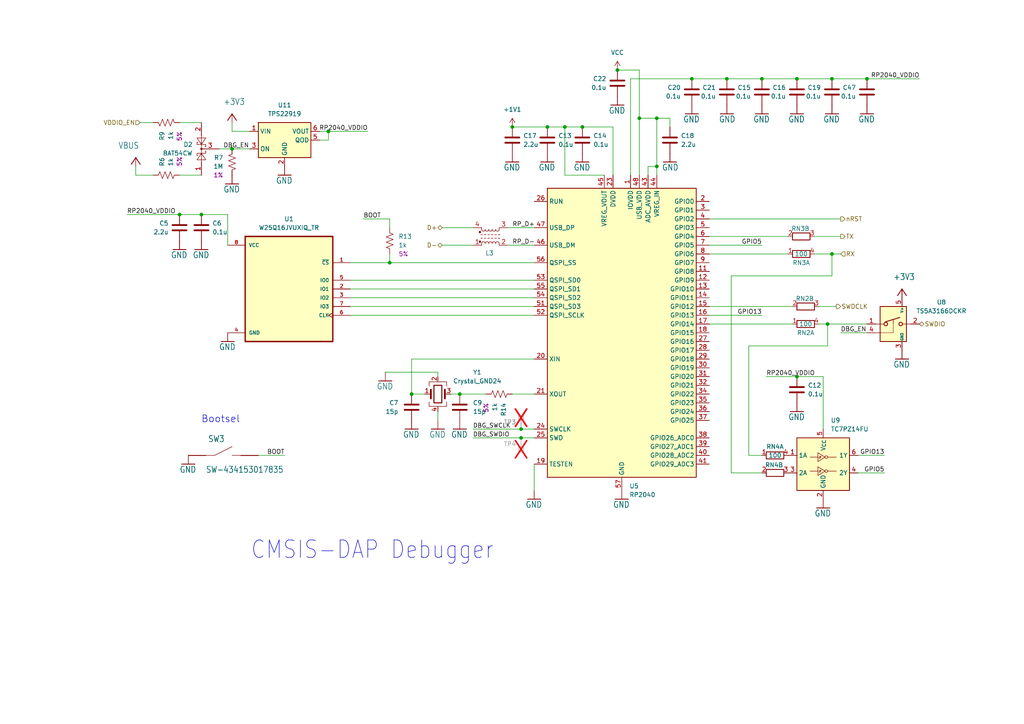
<source format=kicad_sch>
(kicad_sch (version 20250114) (generator "eeschema") (generator_version "9.0")
  (paper "A4")
  (title_block (title "nRF9151 Feather") (date "2024-12-04") (rev "1.0") (company "Circuit Dojo LLC"))
  (lib_symbols
    (symbol "74xGxx:TC7PZ14FU"
      (property "Reference" "U" (at 2.54 12.7 0))
      (property "Value" "TC7PZ14FU" (at 2.54 10.16 0))
      (symbol "TC7PZ14FU_1_1"
        (rectangle (start -7.62 7.62) (end 7.62 -7.62) (stroke (width 0.254)) (fill (type background)))
        (polyline (pts (xy -1.524 3.302) (xy 0.508 2.032) (xy -1.524 0.762) (xy -1.524 3.302)))
        (polyline (pts (xy -1.524 2.032) (xy -3.81 2.032)))
        (polyline (pts (xy -1.524 -0.762) (xy 0.508 -2.032) (xy -1.524 -3.302) (xy -1.524 -0.762)))
        (polyline (pts (xy -1.524 -2.032) (xy -3.81 -2.032)))
        (polyline (pts (xy -1.016 1.778) (xy -1.016 2.286) (xy -0.762 2.286) (xy -0.762 1.778) (xy -1.27 1.778)))
        (polyline (pts (xy -1.016 -2.286) (xy -1.016 -1.778) (xy -0.762 -1.778) (xy -0.762 -2.286) (xy -1.27 -2.286)))
        (polyline (pts (xy -0.762 2.286) (xy -0.508 2.286)))
        (polyline (pts (xy -0.762 -1.778) (xy -0.508 -1.778)))
        (circle (center 0.889 2.032) (radius 0.381))
        (circle (center 0.889 -2.032) (radius 0.381))
        (polyline (pts (xy 1.27 2.032) (xy 3.81 2.032)))
        (polyline (pts (xy 1.27 -2.032) (xy 3.81 -2.032)))
        (pin input line (at -10.16 2.54 0) (length 2.54) (name "1A") (number "1"))
        (pin input line (at -10.16 -2.54 0) (length 2.54) (name "2A") (number "3"))
        (pin power_in line (at 0 10.16 270) (length 2.54) (name "V_{CC}") (number "5"))
        (pin power_in line (at 0 -10.16 90) (length 2.54) (name "GND") (number "2"))
        (pin output line (at 10.16 2.54 180) (length 2.54) (name "1Y") (number "6"))
        (pin output line (at 10.16 -2.54 180) (length 2.54) (name "2Y") (number "4"))
      )
    )
    (symbol "Analog_Switch:TS5A3166DCKR" (pin_names (offset 0.127))
      (property "Reference" "U" (at -3.81 6.35 0))
      (property "Value" "TS5A3166DCKR" (at 3.81 -6.35 0))
      (symbol "TS5A3166DCKR_0_1"
        (polyline (pts (xy -5.08 -2.54) (xy -3.302 -2.54)))
        (polyline (pts (xy -3.048 -2.54) (xy -2.794 -2.54)))
        (polyline (pts (xy -2.54 -2.54) (xy -2.286 -2.54)))
        (polyline (pts (xy -2.032 -2.54) (xy -1.778 -2.54)))
        (polyline (pts (xy -1.524 -2.54) (xy -1.27 -2.54)))
        (polyline (pts (xy -1.016 -2.54) (xy -0.762 -2.54)))
        (polyline (pts (xy -0.508 -2.54) (xy -0.254 -2.54)))
        (polyline (pts (xy 0 -1.524) (xy 0 -1.27)))
        (polyline (pts (xy 0 -2.032) (xy 0 -1.778)))
      )
      (symbol "TS5A3166DCKR_1_1"
        (polyline (pts (xy -5.08 0) (xy -2.794 0)))
        (rectangle (start -3.81 5.08) (end 3.81 -5.08) (stroke (width 0.254)) (fill (type background)))
        (polyline (pts (xy -2.286 0.635) (xy 1.905 1.905)) (stroke (width 0.254)))
        (circle (center -2.159 0) (radius 0.508) (stroke (width 0.254)))
        (polyline (pts (xy 0 0.254) (xy 0 1.27)))
        (polyline (pts (xy 0 0) (xy 0 0.508)))
        (polyline (pts (xy 0 -0.508) (xy 0 -0.254)))
        (polyline (pts (xy 0 -1.016) (xy 0 -0.762)))
        (polyline (pts (xy 0 -1.524) (xy 0 -1.27)))
        (polyline (pts (xy 0 -2.032) (xy 0 -1.778)))
        (polyline (pts (xy 0 -2.54) (xy 0 -2.286)))
        (circle (center 2.159 0) (radius 0.508) (stroke (width 0.254)))
        (polyline (pts (xy 5.08 0) (xy 2.794 0)))
        (pin passive line (at -7.62 0 0) (length 2.54) (name "~") (number "1"))
        (pin input line (at -7.62 -2.54 0) (length 2.54) (name "~") (number "4"))
        (pin power_in line (at 2.54 7.62 270) (length 2.54) (name "V+") (number "5"))
        (pin power_in line (at 2.54 -7.62 90) (length 2.54) (name "GND") (number "3"))
        (pin passive line (at 7.62 0 180) (length 2.54) (name "~") (number "2"))
      )
    )
    (symbol "Connector:TestPoint" (pin_numbers (hide yes)) (pin_names (offset 0.762) (hide yes))
      (property "Reference" "TP" (at 0 6.858 0))
      (property "Value" "TestPoint" (at 0 5.08 0))
      (symbol "TestPoint_0_1"
        (circle (center 0 3.302) (radius 0.762))
      )
      (symbol "TestPoint_1_1"
        (pin passive line (at 0 0 90) (length 2.54) (name "1") (number "1"))
      )
    )
    (symbol "Device:C" (pin_numbers (hide yes)) (pin_names (offset 0.254))
      (property "Reference" "C" (at 0.635 2.54 0))
      (property "Value" "C" (at 0.635 -2.54 0))
      (symbol "C_0_1"
        (polyline (pts (xy -2.032 0.762) (xy 2.032 0.762)) (stroke (width 0.508)))
        (polyline (pts (xy -2.032 -0.762) (xy 2.032 -0.762)) (stroke (width 0.508)))
      )
      (symbol "C_1_1"
        (pin passive line (at 0 3.81 270) (length 2.794) (name "~") (number "1"))
        (pin passive line (at 0 -3.81 90) (length 2.794) (name "~") (number "2"))
      )
    )
    (symbol "Device:Crystal_GND24" (pin_names (offset 1.016) (hide yes))
      (property "Reference" "Y" (at 3.175 5.08 0))
      (property "Value" "Crystal_GND24" (at 3.175 3.175 0))
      (symbol "Crystal_GND24_0_1"
        (polyline (pts (xy -2.54 2.286) (xy -2.54 3.556) (xy 2.54 3.556) (xy 2.54 2.286)))
        (polyline (pts (xy -2.54 0) (xy -2.032 0)))
        (polyline (pts (xy -2.54 -2.286) (xy -2.54 -3.556) (xy 2.54 -3.556) (xy 2.54 -2.286)))
        (polyline (pts (xy -2.032 -1.27) (xy -2.032 1.27)) (stroke (width 0.508)))
        (rectangle (start -1.143 2.54) (end 1.143 -2.54) (stroke (width 0.3048)))
        (polyline (pts (xy 0 3.556) (xy 0 3.81)))
        (polyline (pts (xy 0 -3.81) (xy 0 -3.556)))
        (polyline (pts (xy 2.032 0) (xy 2.54 0)))
        (polyline (pts (xy 2.032 -1.27) (xy 2.032 1.27)) (stroke (width 0.508)))
      )
      (symbol "Crystal_GND24_1_1"
        (pin passive line (at -3.81 0 0) (length 1.27) (name "1") (number "1"))
        (pin passive line (at 0 5.08 270) (length 1.27) (name "2") (number "2"))
        (pin passive line (at 0 -5.08 90) (length 1.27) (name "4") (number "4"))
        (pin passive line (at 3.81 0 180) (length 1.27) (name "3") (number "3"))
      )
    )
    (symbol "Device:L_Ferrite_Coupled" (pin_names (offset 0.254) (hide yes))
      (property "Reference" "L3" (at -0.254 4.826 0))
      (symbol "L_Ferrite_Coupled_0_1"
        (circle (center -3.048 1.524) (radius 0.254) (fill (type outline)))
        (circle (center -3.048 -1.27) (radius 0.254) (fill (type outline)))
        (polyline (pts (xy -2.794 0.508) (xy -2.286 0.508)))
        (polyline (pts (xy -2.794 -0.508) (xy -2.286 -0.508)))
        (polyline (pts (xy -2.54 2.032) (xy -2.54 2.54)))
        (polyline (pts (xy -2.54 -2.032) (xy -2.54 -2.54)))
        (arc (start -1.524 2.032) (mid -2.032 1.5262) (end -2.54 2.032))
        (arc (start -2.54 -2.032) (mid -2.032 -1.5262) (end -1.524 -2.032))
        (polyline (pts (xy -1.778 0.508) (xy -1.27 0.508)))
        (polyline (pts (xy -1.778 -0.508) (xy -1.27 -0.508)))
        (arc (start -0.508 2.032) (mid -1.016 1.5262) (end -1.524 2.032))
        (arc (start -1.524 -2.032) (mid -1.016 -1.5262) (end -0.508 -2.032))
        (polyline (pts (xy -0.762 0.508) (xy -0.254 0.508)))
        (polyline (pts (xy -0.762 -0.508) (xy -0.254 -0.508)))
        (arc (start 0.508 2.032) (mid 0 1.5262) (end -0.508 2.032))
        (arc (start -0.508 -2.032) (mid 0 -1.5262) (end 0.508 -2.032))
        (polyline (pts (xy 0.254 0.508) (xy 0.762 0.508)))
        (polyline (pts (xy 0.254 -0.508) (xy 0.762 -0.508)))
        (arc (start 1.524 2.032) (mid 1.016 1.5262) (end 0.508 2.032))
        (arc (start 0.508 -2.032) (mid 1.016 -1.5262) (end 1.524 -2.032))
        (polyline (pts (xy 1.27 0.508) (xy 1.778 0.508)))
        (polyline (pts (xy 1.27 -0.508) (xy 1.778 -0.508)))
        (arc (start 2.54 2.032) (mid 2.032 1.5262) (end 1.524 2.032))
        (arc (start 1.524 -2.032) (mid 2.032 -1.5262) (end 2.54 -2.032))
        (polyline (pts (xy 2.286 0.508) (xy 2.794 0.508)))
        (polyline (pts (xy 2.286 -0.508) (xy 2.794 -0.508)))
        (polyline (pts (xy 2.54 2.54) (xy 2.54 2.032)))
        (polyline (pts (xy 2.54 -2.032) (xy 2.54 -2.54)))
      )
      (symbol "L_Ferrite_Coupled_1_1"
        (pin passive line (at -5.08 2.54 0) (length 2.54) (name "1") (number "1"))
        (pin passive line (at -5.08 -2.54 0) (length 2.54) (name "4") (number "4"))
        (pin passive line (at 5.08 2.54 180) (length 2.54) (name "2") (number "2"))
        (pin passive line (at 5.08 -2.54 180) (length 2.54) (name "3") (number "3"))
      )
    )
    (symbol "Device:R_Pack02_Split" (pin_names (offset 0) (hide yes))
      (property "Reference" "RN" (at 2.032 0 90))
      (property "Value" "R_Pack02_Split" (at 0 0 90))
      (symbol "R_Pack02_Split_0_1"
        (rectangle (start 1.016 2.54) (end -1.016 -2.54) (stroke (width 0.254)))
      )
      (symbol "R_Pack02_Split_1_1"
        (pin passive line (at 0 3.81 270) (length 1.27) (name "R1.2") (number "4"))
        (pin passive line (at 0 -3.81 90) (length 1.27) (name "R1.1") (number "1"))
      )
      (symbol "R_Pack02_Split_2_1"
        (pin passive line (at 0 3.81 270) (length 1.27) (name "R2.2") (number "3"))
        (pin passive line (at 0 -3.81 90) (length 1.27) (name "R2.1") (number "2"))
      )
    )
    (symbol "Device:R_US" (pin_numbers (hide yes)) (pin_names (offset 0))
      (property "Reference" "R" (at 2.54 0 90))
      (property "Value" "R_US" (at -2.54 0 90))
      (symbol "R_US_0_1"
        (polyline (pts (xy 0 2.286) (xy 0 2.54)))
        (polyline (pts (xy 0 2.286) (xy 1.016 1.905) (xy 0 1.524) (xy -1.016 1.143) (xy 0 0.762)))
        (polyline (pts (xy 0 0.762) (xy 1.016 0.381) (xy 0 0) (xy -1.016 -0.381) (xy 0 -0.762)))
        (polyline (pts (xy 0 -0.762) (xy 1.016 -1.143) (xy 0 -1.524) (xy -1.016 -1.905) (xy 0 -2.286)))
        (polyline (pts (xy 0 -2.286) (xy 0 -2.54)))
      )
      (symbol "R_US_1_1"
        (pin passive line (at 0 3.81 270) (length 1.27) (name "~") (number "1"))
        (pin passive line (at 0 -3.81 90) (length 1.27) (name "~") (number "2"))
      )
    )
    (symbol "Diode:BAT54CW" (pin_names (offset 1.016))
      (property "Reference" "D" (at 0.635 -3.81 0))
      (property "Value" "BAT54CW" (at -6.35 3.175 0))
      (symbol "BAT54CW_0_1"
        (polyline (pts (xy -3.175 -1.27) (xy -3.175 1.27) (xy -1.27 0) (xy -3.175 -1.27)))
        (polyline (pts (xy -1.905 1.27) (xy -1.905 1.016)))
        (polyline (pts (xy -1.905 0) (xy 1.905 0)))
        (polyline (pts (xy -1.27 1.27) (xy -1.905 1.27)))
        (polyline (pts (xy -1.27 1.27) (xy -1.27 -1.27)))
        (polyline (pts (xy -1.27 0) (xy -3.81 0)))
        (polyline (pts (xy -1.27 -1.27) (xy -0.635 -1.27)))
        (polyline (pts (xy -0.635 -1.27) (xy -0.635 -1.016)))
        (circle (center 0 0) (radius 0.254) (fill (type outline)))
        (polyline (pts (xy 0.635 -1.27) (xy 0.635 -1.016)))
        (polyline (pts (xy 1.27 1.27) (xy 1.27 -1.27)))
        (polyline (pts (xy 1.27 1.27) (xy 1.905 1.27)))
        (polyline (pts (xy 1.27 -1.27) (xy 0.635 -1.27)))
        (polyline (pts (xy 1.905 1.27) (xy 1.905 1.016)))
        (polyline (pts (xy 3.175 -1.27) (xy 3.175 1.27) (xy 1.27 0) (xy 3.175 -1.27)))
        (polyline (pts (xy 3.81 0) (xy 1.27 0)))
      )
      (symbol "BAT54CW_1_1"
        (pin passive line (at -7.62 0 0) (length 3.81) (name "~") (number "1"))
        (pin passive line (at 0 -5.08 90) (length 5.08) (name "~") (number "3"))
        (pin passive line (at 7.62 0 180) (length 3.81) (name "~") (number "2"))
      )
    )
    (symbol "MCU_RaspberryPi:RP2040"
      (property "Reference" "U5" (at 2.1941 -44.45 0))
      (property "Value" "RP2040" (at 2.1941 -46.99 0))
      (symbol "RP2040_0_1"
        (rectangle (start -21.59 41.91) (end 21.59 -41.91) (stroke (width 0.254)) (fill (type background)))
      )
      (symbol "RP2040_1_1"
        (pin input line (at -25.4 38.1 0) (length 3.81) (name "RUN") (number "26"))
        (pin bidirectional line (at -25.4 30.48 0) (length 3.81) (name "USB_DP") (number "47"))
        (pin bidirectional line (at -25.4 25.4 0) (length 3.81) (name "USB_DM") (number "46"))
        (pin bidirectional line (at -25.4 20.32 0) (length 3.81) (name "QSPI_SS") (number "56"))
        (pin bidirectional line (at -25.4 15.24 0) (length 3.81) (name "QSPI_SD0") (number "53"))
        (pin bidirectional line (at -25.4 12.7 0) (length 3.81) (name "QSPI_SD1") (number "55"))
        (pin bidirectional line (at -25.4 10.16 0) (length 3.81) (name "QSPI_SD2") (number "54"))
        (pin bidirectional line (at -25.4 7.62 0) (length 3.81) (name "QSPI_SD3") (number "51"))
        (pin output line (at -25.4 5.08 0) (length 3.81) (name "QSPI_SCLK") (number "52"))
        (pin input line (at -25.4 -7.62 0) (length 3.81) (name "XIN") (number "20"))
        (pin passive line (at -25.4 -17.78 0) (length 3.81) (name "XOUT") (number "21"))
        (pin input line (at -25.4 -27.94 0) (length 3.81) (name "SWCLK") (number "24"))
        (pin bidirectional line (at -25.4 -30.48 0) (length 3.81) (name "SWD") (number "25"))
        (pin input line (at -25.4 -38.1 0) (length 3.81) (name "TESTEN") (number "19"))
        (pin power_out line (at -5.08 45.72 270) (length 3.81) (name "VREG_VOUT") (number "45"))
        (pin power_in line (at -2.54 45.72 270) (length 3.81) (name "DVDD") (number "23"))
        (pin passive line (at -2.54 45.72 270) (length 3.81) (hide yes) (name "DVDD") (number "50"))
        (pin power_in line (at 0 -45.72 90) (length 3.81) (name "GND") (number "57"))
        (pin power_in line (at 2.54 45.72 270) (length 3.81) (name "IOVDD") (number "1"))
        (pin passive line (at 2.54 45.72 270) (length 3.81) (hide yes) (name "IOVDD") (number "10"))
        (pin passive line (at 2.54 45.72 270) (length 3.81) (hide yes) (name "IOVDD") (number "22"))
        (pin passive line (at 2.54 45.72 270) (length 3.81) (hide yes) (name "IOVDD") (number "33"))
        (pin passive line (at 2.54 45.72 270) (length 3.81) (hide yes) (name "IOVDD") (number "42"))
        (pin passive line (at 2.54 45.72 270) (length 3.81) (hide yes) (name "IOVDD") (number "49"))
        (pin power_in line (at 5.08 45.72 270) (length 3.81) (name "USB_VDD") (number "48"))
        (pin power_in line (at 7.62 45.72 270) (length 3.81) (name "ADC_AVDD") (number "43"))
        (pin power_in line (at 10.16 45.72 270) (length 3.81) (name "VREG_IN") (number "44"))
        (pin bidirectional line (at 25.4 38.1 180) (length 3.81) (name "GPIO0") (number "2"))
        (pin bidirectional line (at 25.4 35.56 180) (length 3.81) (name "GPIO1") (number "3"))
        (pin bidirectional line (at 25.4 33.02 180) (length 3.81) (name "GPIO2") (number "4"))
        (pin bidirectional line (at 25.4 30.48 180) (length 3.81) (name "GPIO3") (number "5"))
        (pin bidirectional line (at 25.4 27.94 180) (length 3.81) (name "GPIO4") (number "6"))
        (pin bidirectional line (at 25.4 25.4 180) (length 3.81) (name "GPIO5") (number "7"))
        (pin bidirectional line (at 25.4 22.86 180) (length 3.81) (name "GPIO6") (number "8"))
        (pin bidirectional line (at 25.4 20.32 180) (length 3.81) (name "GPIO7") (number "9"))
        (pin bidirectional line (at 25.4 17.78 180) (length 3.81) (name "GPIO8") (number "11"))
        (pin bidirectional line (at 25.4 15.24 180) (length 3.81) (name "GPIO9") (number "12"))
        (pin bidirectional line (at 25.4 12.7 180) (length 3.81) (name "GPIO10") (number "13"))
        (pin bidirectional line (at 25.4 10.16 180) (length 3.81) (name "GPIO11") (number "14"))
        (pin bidirectional line (at 25.4 7.62 180) (length 3.81) (name "GPIO12") (number "15"))
        (pin bidirectional line (at 25.4 5.08 180) (length 3.81) (name "GPIO13") (number "16"))
        (pin bidirectional line (at 25.4 2.54 180) (length 3.81) (name "GPIO14") (number "17"))
        (pin bidirectional line (at 25.4 0 180) (length 3.81) (name "GPIO15") (number "18"))
        (pin bidirectional line (at 25.4 -2.54 180) (length 3.81) (name "GPIO16") (number "27"))
        (pin bidirectional line (at 25.4 -5.08 180) (length 3.81) (name "GPIO17") (number "28"))
        (pin bidirectional line (at 25.4 -7.62 180) (length 3.81) (name "GPIO18") (number "29"))
        (pin bidirectional line (at 25.4 -10.16 180) (length 3.81) (name "GPIO19") (number "30"))
        (pin bidirectional line (at 25.4 -12.7 180) (length 3.81) (name "GPIO20") (number "31"))
        (pin bidirectional line (at 25.4 -15.24 180) (length 3.81) (name "GPIO21") (number "32"))
        (pin bidirectional line (at 25.4 -17.78 180) (length 3.81) (name "GPIO22") (number "34"))
        (pin bidirectional line (at 25.4 -20.32 180) (length 3.81) (name "GPIO23") (number "35"))
        (pin bidirectional line (at 25.4 -22.86 180) (length 3.81) (name "GPIO24") (number "36"))
        (pin bidirectional line (at 25.4 -25.4 180) (length 3.81) (name "GPIO25") (number "37"))
        (pin bidirectional line (at 25.4 -30.48 180) (length 3.81) (name "GPIO26_ADC0") (number "38"))
        (pin bidirectional line (at 25.4 -33.02 180) (length 3.81) (name "GPIO27_ADC1") (number "39"))
        (pin bidirectional line (at 25.4 -35.56 180) (length 3.81) (name "GPIO28_ADC2") (number "40"))
        (pin bidirectional line (at 25.4 -38.1 180) (length 3.81) (name "GPIO29_ADC3") (number "41"))
      )
    )
    (symbol "W25Q16JVUXIQ_TR:W25Q16JVUXIQ_TR" (pin_names (offset 1.016))
      (property "Reference" "U1" (at 0 20.32 0))
      (property "Value" "W25Q16JVUXIQ_TR" (at 0 17.78 0))
      (symbol "W25Q16JVUXIQ_TR_0_0"
        (rectangle (start -12.7 15.24) (end 12.7 -15.24) (stroke (width 0.41)) (fill (type background)))
        (pin input line (at -17.78 7.62 0) (length 5.08) (name "~{CS}") (number "1"))
        (pin bidirectional line (at -17.78 2.54 0) (length 5.08) (name "IO0") (number "5"))
        (pin bidirectional line (at -17.78 0 0) (length 5.08) (name "IO1") (number "2"))
        (pin bidirectional line (at -17.78 -2.54 0) (length 5.08) (name "IO2") (number "3"))
        (pin bidirectional line (at -17.78 -5.08 0) (length 5.08) (name "IO3") (number "7"))
        (pin input clock (at -17.78 -7.62 0) (length 5.08) (name "CLK") (number "6"))
        (pin power_in line (at 17.78 12.7 180) (length 5.08) (name "VCC") (number "8"))
        (pin power_in line (at 17.78 -12.7 180) (length 5.08) (name "GND") (number "4"))
      )
    )
    (symbol "nRF9161-Feather:TPS22919"
      (property "Reference" "U" (at -6.35 6.35 0))
      (property "Value" "TPS22919" (at 2.54 6.35 0))
      (symbol "TPS22919_0_1"
        (rectangle (start -7.62 5.08) (end 7.62 -5.08) (stroke (width 0.254)) (fill (type background)))
      )
      (symbol "TPS22919_1_1"
        (pin power_in line (at -10.16 2.54 0) (length 2.54) (name "VIN") (number "1"))
        (pin input line (at -10.16 -2.54 0) (length 2.54) (name "ON") (number "3"))
        (pin power_in line (at 0 -7.62 90) (length 2.54) (name "GND") (number "2"))
        (pin power_out line (at 10.16 2.54 180) (length 2.54) (name "VOUT") (number "6"))
        (pin open_collector line (at 10.16 0 180) (length 2.54) (name "QOD") (number "5"))
      )
    )
    (symbol "nrf91-feather-eagle-import:+3V3" (power)
      (property "Value" "+3V3" (at -2.54 -5.08 90))
      (symbol "+3V3_1_0"
        (polyline (pts (xy 0 0) (xy -1.27 -1.905)) (stroke (width 0.254)))
        (polyline (pts (xy 1.27 -1.905) (xy 0 0)) (stroke (width 0.254)))
        (pin power_in line (at 0 -2.54 90) (length 2.54) (name "+3V3") (number "1"))
      )
    )
    (symbol "nrf91-feather-eagle-import:GND" (power)
      (property "Value" "GND" (at -2.54 -2.54 0))
      (symbol "GND_1_0"
        (polyline (pts (xy -1.905 0) (xy 1.905 0)) (stroke (width 0.254)))
        (pin power_in line (at 0 2.54 270) (length 2.54) (name "GND") (number "1"))
      )
    )
    (symbol "nrf91-feather-eagle-import:SW-EVP-AA402W"
      (property "Reference" "SW" (at -4.4497 3.814 0))
      (symbol "SW-EVP-AA402W_1_0"
        (polyline (pts (xy -5.08 0) (xy -2.54 0)) (stroke (width 0.1524)))
        (polyline (pts (xy -2.54 0) (xy 2.54 2.54)) (stroke (width 0.1524)))
        (polyline (pts (xy 5.08 0) (xy 2.54 0)) (stroke (width 0.1524)))
        (pin passive line (at -10.16 0 0) (length 5.08) (name "1") (number "1"))
        (pin passive line (at -10.16 0 0) (length 5.08) (name "1") (number "3"))
        (pin passive line (at 10.16 0 180) (length 5.08) (name "2") (number "2"))
        (pin passive line (at 10.16 0 180) (length 5.08) (name "2") (number "4"))
      )
    )
    (symbol "nrf91-feather-eagle-import:VBUS" (power)
      (property "Value" "VBUS" (at -5.08 2.54 0))
      (symbol "VBUS_1_0"
        (polyline (pts (xy 0 0) (xy -1.27 -1.905)) (stroke (width 0.254)))
        (polyline (pts (xy 1.27 -1.905) (xy 0 0)) (stroke (width 0.254)))
        (pin power_in line (at 0 -2.54 90) (length 2.54) (name "VBUS") (number "1"))
      )
    )
    (symbol "power:+1V1" (power) (pin_names (offset 0))
      (property "Value" "+1V1" (at 0 3.556 0))
      (symbol "+1V1_0_1"
        (polyline (pts (xy -0.762 1.27) (xy 0 2.54)))
        (polyline (pts (xy 0 2.54) (xy 0.762 1.27)))
        (polyline (pts (xy 0 0) (xy 0 2.54)))
      )
      (symbol "+1V1_1_1"
        (pin power_in line (at 0 0 90) (length 0) (hide yes) (name "+1V1") (number "1"))
      )
    )
    (symbol "power:VCC" (power) (pin_names (offset 0))
      (property "Value" "VCC" (at 0 3.81 0))
      (symbol "VCC_0_1"
        (polyline (pts (xy -0.762 1.27) (xy 0 2.54)))
        (polyline (pts (xy 0 2.54) (xy 0.762 1.27)))
        (polyline (pts (xy 0 0) (xy 0 2.54)))
      )
      (symbol "VCC_1_1"
        (pin power_in line (at 0 0 90) (length 0) (hide yes) (name "VCC") (number "1"))
      )
    )
  )
  (text "Bootsel" (at 64.008 121.666 0) (effects (font (size 2 2))))
  (text "CMSIS-DAP Debugger" (at 72.644 162.56 0) (effects (font (size 5.08 4.318)) (justify left bottom)))
  (junction (at 95.25 38.1))
  (junction (at 133.35 114.3))
  (junction (at 240.03 93.98))
  (junction (at 241.3 73.66))
  (junction (at 200.66 22.86))
  (junction (at 241.3 22.86))
  (junction (at 190.5 48.26))
  (junction (at 179.07 20.32))
  (junction (at 151.13 127))
  (junction (at 58.42 62.23))
  (junction (at 148.59 36.83))
  (junction (at 251.46 22.86))
  (junction (at 158.75 36.83))
  (junction (at 231.14 109.22))
  (junction (at 52.07 62.23))
  (junction (at 113.03 76.2))
  (junction (at 185.42 34.29))
  (junction (at 119.38 114.3))
  (junction (at 67.31 43.18))
  (junction (at 231.14 22.86))
  (junction (at 151.13 124.46))
  (junction (at 163.83 36.83))
  (junction (at 220.98 22.86))
  (junction (at 210.82 22.86))
  (junction (at 190.5 34.29))
  (junction (at 168.91 36.83))
  (wire (pts (xy 237.49 93.98) (xy 240.03 93.98)))
  (wire (pts (xy 163.83 36.83) (xy 168.91 36.83)))
  (wire (pts (xy 163.83 50.8) (xy 175.26 50.8)))
  (wire (pts (xy 240.03 93.98) (xy 240.03 100.33)))
  (wire (pts (xy 220.98 137.16) (xy 212.09 137.16)))
  (wire (pts (xy 133.35 114.3) (xy 140.97 114.3)))
  (wire (pts (xy 105.41 63.5) (xy 113.03 63.5)))
  (wire (pts (xy 119.38 114.3) (xy 123.19 114.3)))
  (wire (pts (xy 72.39 38.1) (xy 67.31 38.1)))
  (wire (pts (xy 168.91 36.83) (xy 177.8 36.83)))
  (wire (pts (xy 67.31 38.1) (xy 67.31 35.56)))
  (wire (pts (xy 163.83 50.8) (xy 163.83 36.83)))
  (wire (pts (xy 101.6 88.9) (xy 154.94 88.9)))
  (wire (pts (xy 217.17 100.33) (xy 217.17 132.08)))
  (wire (pts (xy 67.31 43.18) (xy 63.5 43.18)))
  (wire (pts (xy 256.54 132.08) (xy 248.92 132.08)))
  (wire (pts (xy 248.92 137.16) (xy 256.54 137.16)))
  (wire (pts (xy 185.42 34.29) (xy 190.5 34.29)))
  (wire (pts (xy 231.14 22.86) (xy 220.98 22.86)))
  (wire (pts (xy 266.7 22.86) (xy 251.46 22.86)))
  (wire (pts (xy 190.5 48.26) (xy 190.5 50.8)))
  (wire (pts (xy 177.8 36.83) (xy 177.8 50.8)))
  (wire (pts (xy 113.03 76.2) (xy 154.94 76.2)))
  (wire (pts (xy 147.32 66.04) (xy 154.94 66.04)))
  (wire (pts (xy 205.74 63.5) (xy 243.84 63.5)))
  (wire (pts (xy 119.38 104.14) (xy 154.94 104.14)))
  (wire (pts (xy 111.76 107.95) (xy 127 107.95)))
  (wire (pts (xy 251.46 96.52) (xy 243.84 96.52)))
  (wire (pts (xy 101.6 83.82) (xy 154.94 83.82)))
  (wire (pts (xy 185.42 20.32) (xy 185.42 34.29)))
  (wire (pts (xy 101.6 76.2) (xy 113.03 76.2)))
  (wire (pts (xy 205.74 91.44) (xy 220.98 91.44)))
  (wire (pts (xy 200.66 22.86) (xy 210.82 22.86)))
  (wire (pts (xy 52.07 35.56) (xy 58.42 35.56)))
  (wire (pts (xy 66.04 62.23) (xy 66.04 71.12)))
  (wire (pts (xy 92.71 40.64) (xy 95.25 40.64)))
  (wire (pts (xy 44.45 50.8) (xy 39.37 50.8)))
  (wire (pts (xy 130.81 114.3) (xy 133.35 114.3)))
  (wire (pts (xy 128.27 71.12) (xy 137.16 71.12)))
  (wire (pts (xy 92.71 38.1) (xy 95.25 38.1)))
  (wire (pts (xy 182.88 50.8) (xy 182.88 22.86)))
  (wire (pts (xy 101.6 91.44) (xy 154.94 91.44)))
  (wire (pts (xy 241.3 22.86) (xy 231.14 22.86)))
  (wire (pts (xy 205.74 93.98) (xy 229.87 93.98)))
  (wire (pts (xy 240.03 93.98) (xy 251.46 93.98)))
  (wire (pts (xy 205.74 73.66) (xy 228.6 73.66)))
  (wire (pts (xy 119.38 104.14) (xy 119.38 114.3)))
  (wire (pts (xy 72.39 43.18) (xy 67.31 43.18)))
  (wire (pts (xy 101.6 81.28) (xy 154.94 81.28)))
  (wire (pts (xy 231.14 109.22) (xy 238.76 109.22)))
  (wire (pts (xy 212.09 80.01) (xy 212.09 137.16)))
  (wire (pts (xy 52.07 62.23) (xy 58.42 62.23)))
  (wire (pts (xy 238.76 109.22) (xy 238.76 124.46)))
  (wire (pts (xy 154.94 142.24) (xy 154.94 134.62)))
  (wire (pts (xy 148.59 36.83) (xy 158.75 36.83)))
  (wire (pts (xy 127 107.95) (xy 127 109.22)))
  (wire (pts (xy 205.74 68.58) (xy 228.6 68.58)))
  (wire (pts (xy 251.46 22.86) (xy 241.3 22.86)))
  (wire (pts (xy 147.32 71.12) (xy 154.94 71.12)))
  (wire (pts (xy 190.5 34.29) (xy 190.5 48.26)))
  (wire (pts (xy 190.5 34.29) (xy 194.31 34.29)))
  (wire (pts (xy 148.59 114.3) (xy 154.94 114.3)))
  (wire (pts (xy 58.42 62.23) (xy 66.04 62.23)))
  (wire (pts (xy 217.17 132.08) (xy 220.98 132.08)))
  (wire (pts (xy 185.42 34.29) (xy 185.42 50.8)))
  (wire (pts (xy 113.03 73.66) (xy 113.03 76.2)))
  (wire (pts (xy 113.03 63.5) (xy 113.03 66.04)))
  (wire (pts (xy 82.55 132.08) (xy 74.93 132.08)))
  (wire (pts (xy 205.74 88.9) (xy 229.87 88.9)))
  (wire (pts (xy 241.3 80.01) (xy 212.09 80.01)))
  (wire (pts (xy 190.5 48.26) (xy 187.96 48.26)))
  (wire (pts (xy 95.25 38.1) (xy 106.68 38.1)))
  (wire (pts (xy 217.17 100.33) (xy 240.03 100.33)))
  (wire (pts (xy 40.64 35.56) (xy 44.45 35.56)))
  (wire (pts (xy 205.74 71.12) (xy 220.98 71.12)))
  (wire (pts (xy 237.49 88.9) (xy 242.57 88.9)))
  (wire (pts (xy 36.83 62.23) (xy 52.07 62.23)))
  (wire (pts (xy 101.6 86.36) (xy 154.94 86.36)))
  (wire (pts (xy 151.13 127) (xy 154.94 127)) (stroke (width 0.1524)))
  (wire (pts (xy 241.3 73.66) (xy 243.84 73.66)))
  (wire (pts (xy 241.3 73.66) (xy 241.3 80.01)))
  (wire (pts (xy 236.22 73.66) (xy 241.3 73.66)))
  (wire (pts (xy 127 119.38) (xy 127 121.92)))
  (wire (pts (xy 128.27 66.04) (xy 137.16 66.04)))
  (wire (pts (xy 137.16 124.46) (xy 151.13 124.46)) (stroke (width 0.1524)))
  (wire (pts (xy 39.37 50.8) (xy 39.37 48.26)))
  (wire (pts (xy 222.25 109.22) (xy 231.14 109.22)))
  (wire (pts (xy 151.13 124.46) (xy 154.94 124.46)) (stroke (width 0.1524)))
  (wire (pts (xy 179.07 20.32) (xy 185.42 20.32)))
  (wire (pts (xy 182.88 22.86) (xy 200.66 22.86)))
  (wire (pts (xy 158.75 36.83) (xy 163.83 36.83)))
  (wire (pts (xy 236.22 68.58) (xy 243.84 68.58)))
  (wire (pts (xy 210.82 22.86) (xy 220.98 22.86)))
  (wire (pts (xy 137.16 127) (xy 151.13 127)) (stroke (width 0.1524)))
  (wire (pts (xy 52.07 50.8) (xy 58.42 50.8)))
  (wire (pts (xy 194.31 34.29) (xy 194.31 36.83)))
  (wire (pts (xy 187.96 48.26) (xy 187.96 50.8)))
  (wire (pts (xy 95.25 40.64) (xy 95.25 38.1)))
  (label "DBG_EN" (at 243.84 96.52 0))
  (label "GPIO13" (at 256.54 132.08 180))
  (label "GPIO5" (at 220.98 71.12 180))
  (label "RP_D-" (at 148.59 71.12 0))
  (label "DBG_EN" (at 64.77 43.18 0))
  (label "RP2040_VDDIO" (at 266.7 22.86 180))
  (label "GPIO13" (at 220.98 91.44 180))
  (label "RP2040_VDDIO" (at 36.83 62.23 0))
  (label "RP2040_VDDIO" (at 222.25 109.22 0))
  (label "BOOT" (at 82.55 132.08 180))
  (label "DBG_SWDIO" (at 137.16 127 0) (effects (font (size 1.2446 1.2446))))
  (label "RP2040_VDDIO" (at 106.68 38.1 180))
  (label "BOOT" (at 105.41 63.5 0))
  (label "DBG_SWCLK" (at 137.16 124.46 0) (effects (font (size 1.2446 1.2446))))
  (label "GPIO5" (at 256.54 137.16 180))
  (label "RP_D+" (at 148.59 66.04 0))
  (hierarchical_label "RX" (shape input) (at 243.84 73.66 0))
  (hierarchical_label "D+" (shape bidirectional) (at 128.27 66.04 180))
  (hierarchical_label "SWDIO" (shape bidirectional) (at 266.7 93.98 0))
  (hierarchical_label "nRST" (shape output) (at 243.84 63.5 0))
  (hierarchical_label "D-" (shape bidirectional) (at 128.27 71.12 180))
  (hierarchical_label "TX" (shape output) (at 243.84 68.58 0))
  (hierarchical_label "SWDCLK" (shape output) (at 242.57 88.9 0))
  (hierarchical_label "VDDIO_EN" (shape input) (at 40.64 35.56 180))
  (symbol (lib_id "nrf91-feather-eagle-import:GND") (at 133.35 124.46 0) (unit 1)
    (property "Reference" "#GND033" (effects (hide yes)))
    (property "Value" "GND" (at 130.81 127 0) (effects (font (size 1.778 1.5113)) (justify left bottom)))
  )
  (symbol (lib_id "Device:C") (at 148.59 40.64 0) (unit 1)
    (property "Reference" "C17" (at 151.765 39.37 0) (effects (justify left)))
    (property "Value" "2.2u" (at 151.765 41.91 0) (effects (justify left)))
    (property "Footprint" "Capacitor_SMD:C_0603_1608Metric" (effects (hide yes)))
    (property "Circuit Dojo PN" "CAP-2.2U-10V-01-0603" (effects (hide yes)))
  )
  (symbol (lib_id "nrf91-feather-eagle-import:GND") (at 119.38 124.46 0) (unit 1)
    (property "Reference" "#GND032" (effects (hide yes)))
    (property "Value" "GND" (at 116.84 127 0) (effects (font (size 1.778 1.5113)) (justify left bottom)))
  )
  (symbol (lib_id "nrf91-feather-eagle-import:GND") (at 67.31 53.34 0) (unit 1)
    (property "Reference" "#GND077" (effects (hide yes)))
    (property "Value" "GND" (at 64.77 55.88 0) (effects (font (size 1.778 1.5113)) (justify left bottom)))
  )
  (symbol (lib_id "Device:C") (at 133.35 118.11 0) (mirror y) (unit 1)
    (property "Reference" "C9" (at 137.16 116.84 0) (effects (justify right)))
    (property "Value" "15p" (at 137.16 119.38 0) (effects (justify right)))
    (property "Footprint" "Capacitor_SMD:C_0402_1005Metric" (effects (hide yes)))
    (property "Circuit Dojo PN" "CAP-15P-50V-0402" (effects (hide yes)))
  )
  (symbol (lib_id "Device:C") (at 241.3 26.67 0) (mirror y) (unit 1)
    (property "Reference" "C19" (at 238.125 25.4 0) (effects (justify left)))
    (property "Value" "0.1u" (at 238.125 27.94 0) (effects (justify left)))
    (property "Footprint" "Capacitor_SMD:C_0402_1005Metric" (effects (hide yes)))
    (property "Circuit Dojo PN" "CAP-0.1U-50V-0402" (effects (hide yes)))
  )
  (symbol (lib_id "nrf91-feather-eagle-import:GND") (at 251.46 33.02 0) (unit 1)
    (property "Reference" "#GND075" (effects (hide yes)))
    (property "Value" "GND" (at 248.92 35.56 0) (effects (font (size 1.778 1.5113)) (justify left bottom)))
  )
  (symbol (lib_id "nrf91-feather-eagle-import:GND") (at 66.04 99.06 0) (unit 1)
    (property "Reference" "#GND022" (effects (hide yes)))
    (property "Value" "GND" (at 63.5 101.6 0) (effects (font (size 1.778 1.5113)) (justify left bottom)))
  )
  (symbol (lib_id "nrf91-feather-eagle-import:GND") (at 200.66 33.02 0) (unit 1)
    (property "Reference" "#GND047" (effects (hide yes)))
    (property "Value" "GND" (at 198.12 35.56 0) (effects (font (size 1.778 1.5113)) (justify left bottom)))
  )
  (symbol (lib_id "nrf91-feather-eagle-import:+3V3") (at 261.62 83.82 0) (unit 1)
    (property "Reference" "#+3V014" (effects (hide yes)))
    (property "Value" "+3V3" (at 259.08 81.28 0) (effects (font (size 1.778 1.5113)) (justify left bottom)))
  )
  (symbol (lib_id "Device:C") (at 168.91 40.64 0) (unit 1)
    (property "Reference" "C14" (at 172.085 39.37 0) (effects (justify left)))
    (property "Value" "0.1u" (at 172.085 41.91 0) (effects (justify left)))
    (property "Footprint" "Capacitor_SMD:C_0402_1005Metric" (effects (hide yes)))
    (property "Circuit Dojo PN" "CAP-0.1U-50V-0402" (effects (hide yes)))
  )
  (symbol (lib_id "Diode:BAT54CW") (at 58.42 43.18 90) (unit 1)
    (property "Reference" "D2" (at 55.88 41.9099 90) (effects (justify left)))
    (property "Value" "BAT54CW" (at 55.88 44.4499 90) (effects (justify left)))
    (property "Footprint" "Package_TO_SOT_SMD:SOT-323_SC-70" (effects (hide yes)))
    (property "Datasheet" "https://assets.nexperia.com/documents/data-sheet/BAT54W_SER.pdf" (effects (hide yes)))
    (property "Description" "Dual schottky barrier diode, common cathode, SOT-323" (effects (hide yes)))
    (property "Circuit Dojo PN" "DIO-BAT54CW" (effects (hide yes)))
  )
  (symbol (lib_id "Device:C") (at 251.46 26.67 0) (mirror y) (unit 1)
    (property "Reference" "C47" (at 248.285 25.4 0) (effects (justify left)))
    (property "Value" "0.1u" (at 248.285 27.94 0) (effects (justify left)))
    (property "Footprint" "Capacitor_SMD:C_0402_1005Metric" (effects (hide yes)))
    (property "Circuit Dojo PN" "CAP-0.1U-50V-0402" (effects (hide yes)))
  )
  (symbol (lib_id "nrf91-feather-eagle-import:GND") (at 54.61 134.62 0) (unit 1)
    (property "Reference" "#GND020" (effects (hide yes)))
    (property "Value" "GND" (at 52.07 137.16 0) (effects (font (size 1.778 1.5113)) (justify left bottom)))
  )
  (symbol (lib_id "nrf91-feather-eagle-import:GND") (at 261.62 104.14 0) (unit 1)
    (property "Reference" "#GND035" (effects (hide yes)))
    (property "Value" "GND" (at 259.08 106.68 0) (effects (font (size 1.778 1.5113)) (justify left bottom)))
  )
  (symbol (lib_id "nrf91-feather-eagle-import:GND") (at 231.14 33.02 0) (unit 1)
    (property "Reference" "#GND044" (effects (hide yes)))
    (property "Value" "GND" (at 228.6 35.56 0) (effects (font (size 1.778 1.5113)) (justify left bottom)))
  )
  (symbol (lib_id "Device:C") (at 200.66 26.67 0) (mirror y) (unit 1)
    (property "Reference" "C20" (at 197.485 25.4 0) (effects (justify left)))
    (property "Value" "0.1u" (at 197.485 27.94 0) (effects (justify left)))
    (property "Footprint" "Capacitor_SMD:C_0402_1005Metric" (effects (hide yes)))
    (property "Circuit Dojo PN" "CAP-0.1U-50V-0402" (effects (hide yes)))
  )
  (symbol (lib_id "Device:R_US") (at 48.26 50.8 90) (unit 1)
    (property "Reference" "R6" (at 46.99 48.26 0) (effects (justify left)))
    (property "Value" "1k" (at 49.53 48.26 0) (effects (justify left)))
    (property "Footprint" "Resistor_SMD:R_0402_1005Metric" (effects (hide yes)))
    (property "Tolerance" "5%" (at 52.07 48.26 0) (effects (justify left)))
    (property "Part Number" "RES-1K-5%-0402" (effects (hide yes)))
    (property "Circuit Dojo PN" "RES-1K-5%-0402" (effects (hide yes)))
  )
  (symbol (lib_id "nRF9161-Feather:TPS22919") (at 82.55 40.64 0) (unit 1)
    (property "Reference" "U11" (at 82.55 30.48 0))
    (property "Value" "TPS22919" (at 82.55 33.02 0))
    (property "Footprint" "Package_TO_SOT_SMD:SOT-363_SC-70-6" (effects (hide yes)))
    (property "Datasheet" "http://www.ti.com/lit/ds/symlink/tps22919.pdf" (effects (hide yes)))
    (property "Description" "1.6V to 5.5V, 1.5A, 90mΩ Ultra-Low Leakage Load Switch, SC-70-6" (effects (hide yes)))
    (property "Circuit Dojo PN" "IC-TPS22919" (effects (hide yes)))
  )
  (symbol (lib_id "74xGxx:TC7PZ14FU") (at 238.76 134.62 0) (unit 1)
    (property "Reference" "U9" (at 240.9541 121.92 0) (effects (justify left)))
    (property "Value" "TC7PZ14FU" (at 240.9541 124.46 0) (effects (justify left)))
    (property "Footprint" "Package_TO_SOT_SMD:SOT-363_SC-70-6" (effects (hide yes)))
    (property "Datasheet" "https://toshiba.semicon-storage.com/info/docget.jsp?did=14431&prodName=TC7PZ14FU" (effects (hide yes)))
    (property "Description" "Dual schmitt inverter, VCC from 1.65 to 5.5 V, SOT-363" (effects (hide yes)))
    (property "Circuit Dojo PN" "IC-DUAL-BUFF-TC7PZ17" (effects (hide yes)))
  )
  (symbol (lib_id "Device:C") (at 179.07 24.13 0) (mirror y) (unit 1)
    (property "Reference" "C22" (at 175.895 22.86 0) (effects (justify left)))
    (property "Value" "0.1u" (at 175.895 25.4 0) (effects (justify left)))
    (property "Footprint" "Capacitor_SMD:C_0402_1005Metric" (effects (hide yes)))
    (property "Circuit Dojo PN" "CAP-0.1U-50V-0402" (effects (hide yes)))
  )
  (symbol (lib_id "nrf91-feather-eagle-import:GND") (at 180.34 144.78 0) (unit 1)
    (property "Reference" "#GND030" (effects (hide yes)))
    (property "Value" "GND" (at 177.8 147.32 0) (effects (font (size 1.778 1.5113)) (justify left bottom)))
  )
  (symbol (lib_id "Device:C") (at 210.82 26.67 0) (mirror y) (unit 1)
    (property "Reference" "C21" (at 207.645 25.4 0) (effects (justify left)))
    (property "Value" "0.1u" (at 207.645 27.94 0) (effects (justify left)))
    (property "Footprint" "Capacitor_SMD:C_0402_1005Metric" (effects (hide yes)))
    (property "Circuit Dojo PN" "CAP-0.1U-50V-0402" (effects (hide yes)))
  )
  (symbol (lib_id "nrf91-feather-eagle-import:SW-EVP-AA402W") (at 64.77 132.08 0) (unit 1)
    (property "Reference" "SW3" (at 60.3202 128.266 0) (effects (font (size 1.7799 1.5129)) (justify left bottom)))
    (property "Value" "SW-434153017835‎" (at 59.6861 137.1639 0) (effects (font (size 1.7793 1.5124)) (justify left bottom)))
    (property "Footprint" "Circuit Dojo:WOLFF-DEN_SW-EVP-AA402W" (effects (hide yes)))
    (property "Part Number" "SW-434153017835‎" (effects (hide yes)))
    (property "Circuit Dojo PN" "SW-434153017835‎" (effects (hide yes)))
  )
  (symbol (lib_id "Device:C") (at 231.14 113.03 0) (unit 1)
    (property "Reference" "C12" (at 234.315 111.76 0) (effects (justify left)))
    (property "Value" "0.1u" (at 234.315 114.3 0) (effects (justify left)))
    (property "Footprint" "Capacitor_SMD:C_0402_1005Metric" (effects (hide yes)))
    (property "Circuit Dojo PN" "CAP-0.1U-50V-0402" (effects (hide yes)))
  )
  (symbol (lib_id "nrf91-feather-eagle-import:GND") (at 168.91 46.99 0) (unit 1)
    (property "Reference" "#GND040" (effects (hide yes)))
    (property "Value" "GND" (at 166.37 49.53 0) (effects (font (size 1.778 1.5113)) (justify left bottom)))
  )
  (symbol (lib_id "Device:C") (at 231.14 26.67 0) (mirror y) (unit 1)
    (property "Reference" "C16" (at 227.965 25.4 0) (effects (justify left)))
    (property "Value" "0.1u" (at 227.965 27.94 0) (effects (justify left)))
    (property "Footprint" "Capacitor_SMD:C_0402_1005Metric" (effects (hide yes)))
    (property "Circuit Dojo PN" "CAP-0.1U-50V-0402" (effects (hide yes)))
  )
  (symbol (lib_id "nrf91-feather-eagle-import:GND") (at 194.31 46.99 0) (mirror y) (unit 1)
    (property "Reference" "#GND045" (effects (hide yes)))
    (property "Value" "GND" (at 196.85 49.53 0) (effects (font (size 1.778 1.5113)) (justify left bottom)))
  )
  (symbol (lib_id "Device:R_Pack02_Split") (at 233.68 88.9 270) (mirror x) (unit 2)
    (property "Reference" "RN2" (at 233.426 86.614 90))
    (property "Value" "100" (effects (hide yes)))
    (property "Footprint" "Resistor_SMD:R_Array_Convex_2x0402" (effects (hide yes)))
    (property "Description" "2 resistor network, parallel topology, split" (effects (hide yes)))
    (property "Circuit Dojo PN" "RES-100-5%-0404-DUAL" (effects (hide yes)))
  )
  (symbol (lib_id "power:VCC") (at 179.07 20.32 0) (unit 1)
    (property "Reference" "#PWR03" (effects (hide yes)))
    (property "Value" "VCC" (at 179.07 15.24 0))
  )
  (symbol (lib_id "nrf91-feather-eagle-import:GND") (at 210.82 33.02 0) (mirror y) (unit 1)
    (property "Reference" "#GND048" (effects (hide yes)))
    (property "Value" "GND" (at 213.36 35.56 0) (effects (font (size 1.778 1.5113)) (justify left bottom)))
  )
  (symbol (lib_id "Device:C") (at 158.75 40.64 0) (unit 1)
    (property "Reference" "C13" (at 161.925 39.37 0) (effects (justify left)))
    (property "Value" "0.1u" (at 161.925 41.91 0) (effects (justify left)))
    (property "Footprint" "Capacitor_SMD:C_0402_1005Metric" (effects (hide yes)))
    (property "Circuit Dojo PN" "CAP-0.1U-50V-0402" (effects (hide yes)))
  )
  (symbol (lib_id "nrf91-feather-eagle-import:GND") (at 58.42 72.39 0) (unit 1)
    (property "Reference" "#GND024" (effects (hide yes)))
    (property "Value" "GND" (at 55.88 74.93 0) (effects (font (size 1.778 1.5113)) (justify left bottom)))
  )
  (symbol (lib_id "nrf91-feather-eagle-import:+3V3") (at 67.31 33.02 0) (unit 1)
    (property "Reference" "#+3V015" (effects (hide yes)))
    (property "Value" "+3V3" (at 64.77 30.48 0) (effects (font (size 1.778 1.5113)) (justify left bottom)))
  )
  (symbol (lib_id "power:+1V1") (at 148.59 36.83 0) (unit 1)
    (property "Reference" "#PWR05" (effects (hide yes)))
    (property "Value" "+1V1" (at 148.59 31.75 0))
  )
  (symbol (lib_id "Analog_Switch:TS5A3166DCKR") (at 259.08 93.98 0) (unit 1)
    (property "Reference" "U8" (at 273.05 87.6614 0))
    (property "Value" "TS5A3166DCKR" (at 273.05 90.2014 0))
    (property "Footprint" "Package_TO_SOT_SMD:SOT-353_SC-70-5" (effects (hide yes)))
    (property "Datasheet" "http://www.ti.com/lit/ds/symlink/ts5a3166.pdf" (effects (hide yes)))
    (property "Description" "Single SPST Analog Switch, 5-V/3.3-V, normally OFF, 0.9Ohm Ron, SC-70" (effects (hide yes)))
    (property "Circuit Dojo PN" "IC-TS5A3166DCKR " (effects (hide yes)))
  )
  (symbol (lib_id "W25Q16JVUXIQ_TR:W25Q16JVUXIQ_TR") (at 83.82 83.82 0) (mirror y) (unit 1)
    (property "Reference" "U1" (at 83.82 63.5 0))
    (property "Value" "W25Q16JVUXIQ_TR" (at 83.82 66.04 0))
    (property "Footprint" "W25Q16JVUXIQ_TR:PSON50P300X200X60-9N" (effects (hide yes)))
    (property "Manufacturer" "Winbond" (effects (hide yes)))
    (property "Package" "PSON50P300X200X60-9N" (effects (hide yes)))
    (property "Circuit Dojo PN" "FLASH-W25Q16JVUXIQ-8USON" (effects (hide yes)))
  )
  (symbol (lib_id "Device:R_Pack02_Split") (at 232.41 68.58 270) (mirror x) (unit 2)
    (property "Reference" "RN3" (at 232.156 66.294 90))
    (property "Value" "100" (effects (hide yes)))
    (property "Footprint" "Resistor_SMD:R_Array_Convex_2x0402" (effects (hide yes)))
    (property "Description" "2 resistor network, parallel topology, split" (effects (hide yes)))
    (property "Circuit Dojo PN" "RES-100-5%-0404-DUAL" (effects (hide yes)))
  )
  (symbol (lib_id "nrf91-feather-eagle-import:GND") (at 82.55 50.8 0) (unit 1)
    (property "Reference" "#GND076" (effects (hide yes)))
    (property "Value" "GND" (at 80.01 53.34 0) (effects (font (size 1.778 1.5113)) (justify left bottom)))
  )
  (symbol (lib_id "Device:L_Ferrite_Coupled") (at 142.24 68.58 0) (mirror x) (unit 1)
    (property "Reference" "L3" (at 141.986 73.406 0))
    (property "Value" "L_Ferrite_Coupled" (effects (hide yes)))
    (property "Footprint" "Circuit Dojo:FIL_DLM0NSM900HY2D" (effects (hide yes)))
    (property "Description" "Coupled inductor with ferrite core" (effects (hide yes)))
    (property "Circuit Dojo PN" "FERRITE-90-120MHZ-0302" (effects (hide yes)))
  )
  (symbol (lib_id "Device:C") (at 52.07 66.04 0) (mirror y) (unit 1)
    (property "Reference" "C5" (at 48.895 64.77 0) (effects (justify left)))
    (property "Value" "2.2u" (at 48.895 67.31 0) (effects (justify left)))
    (property "Footprint" "Capacitor_SMD:C_0603_1608Metric" (effects (hide yes)))
    (property "Circuit Dojo PN" "CAP-2.2U-10V-01-0603" (effects (hide yes)))
  )
  (symbol (lib_id "Device:R_US") (at 144.78 114.3 270) (unit 1)
    (property "Reference" "R14" (at 146.05 116.84 0) (effects (justify left)))
    (property "Value" "1k" (at 143.51 116.84 0) (effects (justify left)))
    (property "Footprint" "Resistor_SMD:R_0402_1005Metric" (effects (hide yes)))
    (property "Tolerance" "5%" (at 140.97 116.84 0) (effects (justify left)))
    (property "Part Number" "RES-1K-5%-0402" (effects (hide yes)))
    (property "Circuit Dojo PN" "RES-1K-5%-0402" (effects (hide yes)))
  )
  (symbol (lib_id "nrf91-feather-eagle-import:GND") (at 238.76 147.32 0) (unit 1)
    (property "Reference" "#GND037" (effects (hide yes)))
    (property "Value" "GND" (at 236.22 149.86 0) (effects (font (size 1.778 1.5113)) (justify left bottom)))
  )
  (symbol (lib_id "nrf91-feather-eagle-import:GND") (at 154.94 144.78 0) (unit 1)
    (property "Reference" "#GND052" (effects (hide yes)))
    (property "Value" "GND" (at 152.4 147.32 0) (effects (font (size 1.778 1.5113)) (justify left bottom)))
  )
  (symbol (lib_id "Device:R_Pack02_Split") (at 232.41 73.66 270) (mirror x) (unit 1)
    (property "Reference" "RN3" (at 232.41 76.2 90))
    (property "Value" "100" (at 232.41 73.66 90))
    (property "Footprint" "Resistor_SMD:R_Array_Convex_2x0402" (effects (hide yes)))
    (property "Description" "2 resistor network, parallel topology, split" (effects (hide yes)))
    (property "Circuit Dojo PN" "RES-100-5%-0404-DUAL" (effects (hide yes)))
  )
  (symbol (lib_id "Device:R_Pack02_Split") (at 224.79 132.08 270) (unit 1)
    (property "Reference" "RN4" (at 224.79 129.54 90))
    (property "Value" "100" (at 224.79 132.08 90))
    (property "Footprint" "Resistor_SMD:R_Array_Convex_2x0402" (effects (hide yes)))
    (property "Description" "2 resistor network, parallel topology, split" (effects (hide yes)))
    (property "Circuit Dojo PN" "RES-100-5%-0404-DUAL" (effects (hide yes)))
  )
  (symbol (lib_id "nrf91-feather-eagle-import:VBUS") (at 39.37 45.72 0) (unit 1)
    (property "Reference" "#P+04" (effects (hide yes)))
    (property "Value" "VBUS" (at 34.29 43.18 0) (effects (font (size 1.778 1.5113)) (justify left bottom)))
  )
  (symbol (lib_id "Device:R_Pack02_Split") (at 233.68 93.98 270) (mirror x) (unit 1)
    (property "Reference" "RN2" (at 233.68 96.52 90))
    (property "Value" "100" (at 233.68 93.98 90))
    (property "Footprint" "Resistor_SMD:R_Array_Convex_2x0402" (effects (hide yes)))
    (property "Description" "2 resistor network, parallel topology, split" (effects (hide yes)))
    (property "Circuit Dojo PN" "RES-100-5%-0404-DUAL" (effects (hide yes)))
  )
  (symbol (lib_id "Device:C") (at 194.31 40.64 0) (unit 1)
    (property "Reference" "C18" (at 197.485 39.37 0) (effects (justify left)))
    (property "Value" "2.2u" (at 197.485 41.91 0) (effects (justify left)))
    (property "Footprint" "Capacitor_SMD:C_0603_1608Metric" (effects (hide yes)))
    (property "Circuit Dojo PN" "CAP-2.2U-10V-01-0603" (effects (hide yes)))
  )
  (symbol (lib_id "Connector:TestPoint") (at 151.13 127 180) (unit 1) (dnp yes)
    (property "Reference" "TP4" (at 146.05 128.778 0) (effects (justify right)))
    (property "Value" "TestPoint" (effects (hide yes)))
    (property "Footprint" "TestPoint:TestPoint_Pad_D1.0mm" (effects (hide yes)))
    (property "Description" "test point" (effects (hide yes)))
  )
  (symbol (lib_id "Device:C") (at 58.42 66.04 0) (unit 1)
    (property "Reference" "C6" (at 61.595 64.77 0) (effects (justify left)))
    (property "Value" "0.1u" (at 61.595 67.31 0) (effects (justify left)))
    (property "Footprint" "Capacitor_SMD:C_0402_1005Metric" (effects (hide yes)))
    (property "Circuit Dojo PN" "CAP-0.1U-50V-0402" (effects (hide yes)))
  )
  (symbol (lib_id "Device:R_Pack02_Split") (at 224.79 137.16 270) (mirror x) (unit 2)
    (property "Reference" "RN4" (at 224.536 134.874 90))
    (property "Value" "100" (effects (hide yes)))
    (property "Footprint" "Resistor_SMD:R_Array_Convex_2x0402" (effects (hide yes)))
    (property "Description" "2 resistor network, parallel topology, split" (effects (hide yes)))
    (property "Circuit Dojo PN" "RES-100-5%-0404-DUAL" (effects (hide yes)))
  )
  (symbol (lib_id "Device:Crystal_GND24") (at 127 114.3 0) (unit 1)
    (property "Reference" "Y1" (at 138.43 107.9814 0))
    (property "Value" "Crystal_GND24" (at 138.43 110.5214 0))
    (property "Footprint" "Crystal:Crystal_SMD_2520-4Pin_2.5x2.0mm" (effects (hide yes)))
    (property "Description" "Four pin crystal, GND on pins 2 and 4" (effects (hide yes)))
    (property "Circuit Dojo PN" "XTAL-4PIN-12MHZ-2.5x2.0MM" (effects (hide yes)))
  )
  (symbol (lib_id "nrf91-feather-eagle-import:GND") (at 179.07 30.48 0) (unit 1)
    (property "Reference" "#GND049" (effects (hide yes)))
    (property "Value" "GND" (at 176.53 33.02 0) (effects (font (size 1.778 1.5113)) (justify left bottom)))
  )
  (symbol (lib_id "nrf91-feather-eagle-import:GND") (at 148.59 46.99 0) (unit 1)
    (property "Reference" "#GND043" (effects (hide yes)))
    (property "Value" "GND" (at 146.05 49.53 0) (effects (font (size 1.778 1.5113)) (justify left bottom)))
  )
  (symbol (lib_id "nrf91-feather-eagle-import:GND") (at 111.76 110.49 0) (unit 1)
    (property "Reference" "#GND050" (effects (hide yes)))
    (property "Value" "GND" (at 109.22 113.03 0) (effects (font (size 1.778 1.5113)) (justify left bottom)))
  )
  (symbol (lib_id "nrf91-feather-eagle-import:GND") (at 231.14 119.38 0) (unit 1)
    (property "Reference" "#GND038" (effects (hide yes)))
    (property "Value" "GND" (at 228.6 121.92 0) (effects (font (size 1.778 1.5113)) (justify left bottom)))
  )
  (symbol (lib_id "Device:R_US") (at 113.03 69.85 0) (unit 1)
    (property "Reference" "R13" (at 115.57 68.58 0) (effects (justify left)))
    (property "Value" "1k" (at 115.57 71.12 0) (effects (justify left)))
    (property "Footprint" "Resistor_SMD:R_0402_1005Metric" (effects (hide yes)))
    (property "Tolerance" "5%" (at 115.57 73.66 0) (effects (justify left)))
    (property "Part Number" "RES-1K-5%-0402" (effects (hide yes)))
    (property "Circuit Dojo PN" "RES-1K-5%-0402" (effects (hide yes)))
  )
  (symbol (lib_id "nrf91-feather-eagle-import:GND") (at 220.98 33.02 0) (unit 1)
    (property "Reference" "#GND042" (effects (hide yes)))
    (property "Value" "GND" (at 218.44 35.56 0) (effects (font (size 1.778 1.5113)) (justify left bottom)))
  )
  (symbol (lib_id "MCU_RaspberryPi:RP2040") (at 180.34 96.52 0) (unit 1)
    (property "Reference" "U5" (at 182.5341 140.97 0) (effects (justify left)))
    (property "Value" "RP2040" (at 182.5341 143.51 0) (effects (justify left)))
    (property "Footprint" "Package_DFN_QFN:QFN-56-1EP_7x7mm_P0.4mm_EP3.2x3.2mm" (effects (hide yes)))
    (property "Datasheet" "https://datasheets.raspberrypi.com/rp2040/rp2040-datasheet.pdf" (effects (hide yes)))
    (property "Circuit Dojo PN" "IC-RP2040" (effects (hide yes)))
  )
  (symbol (lib_id "nrf91-feather-eagle-import:GND") (at 52.07 72.39 0) (unit 1)
    (property "Reference" "#GND023" (effects (hide yes)))
    (property "Value" "GND" (at 49.53 74.93 0) (effects (font (size 1.778 1.5113)) (justify left bottom)))
  )
  (symbol (lib_id "nrf91-feather-eagle-import:GND") (at 158.75 46.99 0) (unit 1)
    (property "Reference" "#GND041" (effects (hide yes)))
    (property "Value" "GND" (at 156.21 49.53 0) (effects (font (size 1.778 1.5113)) (justify left bottom)))
  )
  (symbol (lib_id "Device:C") (at 119.38 118.11 0) (unit 1)
    (property "Reference" "C7" (at 115.57 116.84 0) (effects (justify right)))
    (property "Value" "15p" (at 115.57 119.38 0) (effects (justify right)))
    (property "Footprint" "Capacitor_SMD:C_0402_1005Metric" (effects (hide yes)))
    (property "Circuit Dojo PN" "CAP-15P-50V-0402" (effects (hide yes)))
  )
  (symbol (lib_id "Connector:TestPoint") (at 151.13 124.46 0) (unit 1) (dnp yes)
    (property "Reference" "TP3" (at 146.05 122.428 0) (effects (justify left)))
    (property "Value" "TestPoint" (effects (hide yes)))
    (property "Footprint" "TestPoint:TestPoint_Pad_D1.0mm" (effects (hide yes)))
    (property "Description" "test point" (effects (hide yes)))
  )
  (symbol (lib_id "nrf91-feather-eagle-import:GND") (at 241.3 33.02 0) (unit 1)
    (property "Reference" "#GND046" (effects (hide yes)))
    (property "Value" "GND" (at 238.76 35.56 0) (effects (font (size 1.778 1.5113)) (justify left bottom)))
  )
  (symbol (lib_id "nrf91-feather-eagle-import:GND") (at 127 124.46 0) (unit 1)
    (property "Reference" "#GND031" (effects (hide yes)))
    (property "Value" "GND" (at 124.46 127 0) (effects (font (size 1.778 1.5113)) (justify left bottom)))
  )
  (symbol (lib_id "Device:R_US") (at 67.31 46.99 0) (mirror y) (unit 1)
    (property "Reference" "R7" (at 64.77 45.72 0) (effects (justify left)))
    (property "Value" "1M" (at 64.77 48.26 0) (effects (justify left)))
    (property "Footprint" "Resistor_SMD:R_0402_1005Metric" (effects (hide yes)))
    (property "Tolerance" "1%" (at 64.77 50.8 0) (effects (justify left)))
    (property "Part Number" "RES-100K-1%-02-0402" (effects (hide yes)))
    (property "Circuit Dojo PN" "RES-1M-5%-0402" (effects (hide yes)))
  )
  (symbol (lib_id "Device:C") (at 220.98 26.67 0) (mirror y) (unit 1)
    (property "Reference" "C15" (at 217.805 25.4 0) (effects (justify left)))
    (property "Value" "0.1u" (at 217.805 27.94 0) (effects (justify left)))
    (property "Footprint" "Capacitor_SMD:C_0402_1005Metric" (effects (hide yes)))
    (property "Circuit Dojo PN" "CAP-0.1U-50V-0402" (effects (hide yes)))
  )
  (symbol (lib_id "Device:R_US") (at 48.26 35.56 90) (mirror x) (unit 1)
    (property "Reference" "R9" (at 46.99 38.1 0) (effects (justify left)))
    (property "Value" "1k" (at 49.53 38.1 0) (effects (justify left)))
    (property "Footprint" "Resistor_SMD:R_0402_1005Metric" (effects (hide yes)))
    (property "Tolerance" "5%" (at 52.07 38.1 0) (effects (justify left)))
    (property "Part Number" "RES-1K-5%-0402" (effects (hide yes)))
    (property "Circuit Dojo PN" "RES-1K-5%-0402" (effects (hide yes)))
  )
)
</source>
